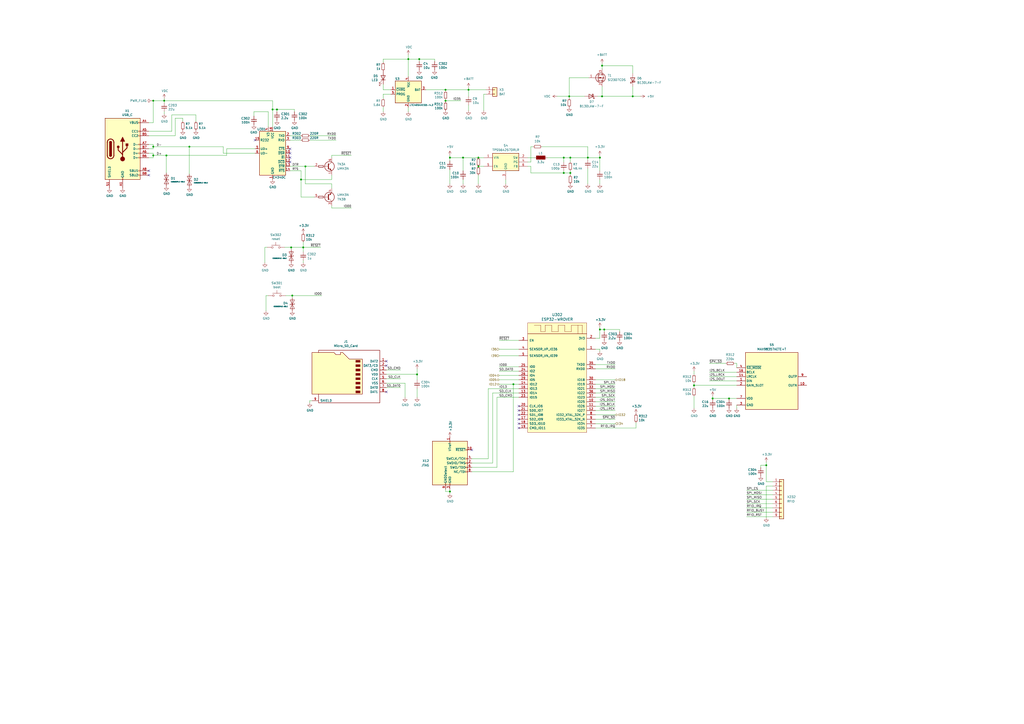
<source format=kicad_sch>
(kicad_sch (version 20230121) (generator eeschema)
  (paper "A2")
  (title_block (title "Musical Box ESPuino") (date "2023-12-19") (rev "1"))
  (junction (at 327.025 100.33))
  (junction (at 88.9 90.17))
  (junction (at 330.835 91.44))
  (junction (at 177.165 96.52))
  (junction (at 175.895 143.51))
  (junction (at 168.91 143.51))
  (junction (at 169.545 171.45))
  (junction (at 444.5 269.875))
  (junction (at 95.25 58.42))
  (junction (at 160.655 63.5))
  (junction (at 158.115 63.5))
  (junction (at 347.98 91.44))
  (junction (at 349.25 55.88))
  (junction (at 327.025 91.44))
  (junction (at 330.2 55.88))
  (junction (at 367.03 55.88))
  (junction (at 277.495 96.52))
  (junction (at 241.935 217.17))
  (junction (at 402.59 223.52))
  (junction (at 96.52 90.17))
  (junction (at 268.605 91.44))
  (junction (at 271.78 52.07))
  (junction (at 349.25 38.1))
  (junction (at 236.855 34.29))
  (junction (at 413.385 231.14))
  (junction (at 88.9 85.09))
  (junction (at 297.815 222.885))
  (junction (at 109.855 85.09))
  (junction (at 422.91 231.14))
  (junction (at 260.985 285.115))
  (junction (at 347.98 191.135))
  (junction (at 258.445 52.07))
  (junction (at 330.835 100.33))
  (junction (at 340.995 91.44))
  (junction (at 277.495 91.44))
  (junction (at 243.205 34.29))
  (junction (at 174.625 104.14))
  (junction (at 350.52 191.135))
  (junction (at 260.985 91.44))
  (junction (at 88.9 58.42))
  (junction (at 258.445 58.42))
  (no_connect (at 86.36 101.6))
  (no_connect (at 224.155 227.33))
  (no_connect (at 168.275 91.44))
  (no_connect (at 273.685 260.985))
  (no_connect (at 168.275 86.36))
  (no_connect (at 224.155 212.09))
  (no_connect (at 300.99 243.205))
  (no_connect (at 86.36 99.06))
  (no_connect (at 147.955 81.28))
  (no_connect (at 300.99 248.285))
  (no_connect (at 300.99 240.665))
  (no_connect (at 300.99 235.585))
  (no_connect (at 300.99 238.125))
  (no_connect (at 168.275 93.98))
  (no_connect (at 168.275 88.9))
  (no_connect (at 224.155 209.55))
  (no_connect (at 300.99 245.745))
  (wire (pts (xy 289.56 220.345) (xy 300.99 220.345)))
  (wire (pts (xy 158.115 63.5) (xy 160.655 63.5)))
  (wire (pts (xy 327.025 100.33) (xy 330.835 100.33)))
  (wire (pts (xy 273.685 273.685) (xy 297.815 273.685)))
  (wire (pts (xy 155.575 171.45) (xy 154.305 171.45)))
  (wire (pts (xy 271.78 60.96) (xy 271.78 64.135)))
  (wire (pts (xy 179.705 81.28) (xy 194.945 81.28)))
  (wire (pts (xy 131.445 86.36) (xy 147.955 86.36)))
  (wire (pts (xy 402.59 215.265) (xy 402.59 217.17)))
  (wire (pts (xy 154.305 171.45) (xy 154.305 180.34)))
  (wire (pts (xy 106.045 68.58) (xy 106.045 70.485)))
  (wire (pts (xy 444.5 281.94) (xy 444.5 300.355)))
  (wire (pts (xy 345.44 225.425) (xy 356.87 225.425)))
  (wire (pts (xy 402.59 229.87) (xy 402.59 236.855)))
  (wire (pts (xy 323.215 55.88) (xy 330.2 55.88)))
  (wire (pts (xy 347.98 91.44) (xy 347.98 99.06)))
  (wire (pts (xy 327.025 91.44) (xy 327.025 93.98)))
  (wire (pts (xy 155.575 64.77) (xy 147.32 64.77)))
  (wire (pts (xy 88.9 85.09) (xy 109.855 85.09)))
  (wire (pts (xy 192.405 106.68) (xy 192.405 109.22)))
  (wire (pts (xy 349.25 50.165) (xy 349.25 55.88)))
  (wire (pts (xy 169.545 171.45) (xy 186.69 171.45)))
  (wire (pts (xy 247.015 52.07) (xy 258.445 52.07)))
  (wire (pts (xy 88.9 90.17) (xy 88.9 88.9)))
  (wire (pts (xy 241.935 213.995) (xy 241.935 217.17)))
  (wire (pts (xy 306.07 96.52) (xy 307.975 96.52)))
  (wire (pts (xy 177.165 106.68) (xy 192.405 106.68)))
  (wire (pts (xy 179.705 232.41) (xy 179.705 233.68)))
  (wire (pts (xy 340.995 91.44) (xy 340.995 92.71)))
  (wire (pts (xy 345.44 213.995) (xy 356.87 213.995)))
  (wire (pts (xy 260.985 285.115) (xy 260.985 286.385)))
  (wire (pts (xy 330.835 100.33) (xy 330.835 99.06)))
  (wire (pts (xy 433.07 284.48) (xy 448.31 284.48)))
  (wire (pts (xy 95.25 64.77) (xy 95.25 66.04)))
  (wire (pts (xy 175.895 143.51) (xy 186.055 143.51)))
  (wire (pts (xy 340.995 85.09) (xy 340.995 91.44)))
  (wire (pts (xy 236.855 34.29) (xy 236.855 44.45)))
  (wire (pts (xy 95.25 59.69) (xy 95.25 58.42)))
  (wire (pts (xy 129.54 88.9) (xy 147.955 88.9)))
  (wire (pts (xy 258.445 58.42) (xy 267.335 58.42)))
  (wire (pts (xy 317.5 91.44) (xy 327.025 91.44)))
  (wire (pts (xy 340.995 91.44) (xy 330.835 91.44)))
  (wire (pts (xy 433.07 299.72) (xy 448.31 299.72)))
  (wire (pts (xy 260.985 91.44) (xy 268.605 91.44)))
  (wire (pts (xy 285.75 268.605) (xy 285.75 227.965)))
  (wire (pts (xy 158.115 63.5) (xy 158.115 73.66)))
  (wire (pts (xy 258.445 285.115) (xy 260.985 285.115)))
  (wire (pts (xy 260.985 98.425) (xy 260.985 106.68)))
  (wire (pts (xy 147.32 64.77) (xy 147.32 67.31)))
  (wire (pts (xy 345.44 245.745) (xy 356.87 245.745)))
  (wire (pts (xy 345.44 202.565) (xy 347.98 202.565)))
  (wire (pts (xy 347.98 196.215) (xy 347.98 191.135)))
  (wire (pts (xy 224.155 214.63) (xy 232.41 214.63)))
  (wire (pts (xy 175.895 151.13) (xy 175.895 152.4)))
  (wire (pts (xy 243.205 34.29) (xy 252.095 34.29)))
  (wire (pts (xy 367.03 38.1) (xy 367.03 42.545)))
  (wire (pts (xy 356.87 222.885) (xy 345.44 222.885)))
  (wire (pts (xy 192.405 104.14) (xy 174.625 104.14)))
  (wire (pts (xy 288.29 271.145) (xy 288.29 230.505)))
  (wire (pts (xy 222.25 34.29) (xy 222.25 36.195)))
  (wire (pts (xy 314.325 85.09) (xy 340.995 85.09)))
  (wire (pts (xy 427.355 231.14) (xy 422.91 231.14)))
  (wire (pts (xy 307.975 93.98) (xy 307.975 85.09)))
  (wire (pts (xy 99.695 76.2) (xy 99.695 66.675)))
  (wire (pts (xy 277.495 96.52) (xy 280.67 96.52)))
  (wire (pts (xy 427.355 210.82) (xy 427.355 213.36)))
  (wire (pts (xy 236.855 64.77) (xy 236.855 62.23)))
  (wire (pts (xy 177.165 96.52) (xy 177.165 106.68)))
  (wire (pts (xy 109.855 85.09) (xy 129.54 85.09)))
  (wire (pts (xy 268.605 91.44) (xy 268.605 99.06)))
  (wire (pts (xy 433.07 289.56) (xy 448.31 289.56)))
  (wire (pts (xy 281.94 54.61) (xy 280.67 54.61)))
  (wire (pts (xy 113.665 66.675) (xy 113.665 70.485)))
  (wire (pts (xy 241.935 220.345) (xy 241.935 217.17)))
  (wire (pts (xy 252.095 34.29) (xy 252.095 35.56)))
  (wire (pts (xy 153.67 143.51) (xy 153.67 152.4)))
  (wire (pts (xy 307.975 100.33) (xy 327.025 100.33)))
  (wire (pts (xy 86.36 78.74) (xy 101.6 78.74)))
  (wire (pts (xy 174.625 114.3) (xy 182.245 114.3)))
  (wire (pts (xy 283.21 266.065) (xy 283.21 225.425)))
  (wire (pts (xy 349.25 38.1) (xy 349.25 40.005)))
  (wire (pts (xy 224.155 222.25) (xy 234.95 222.25)))
  (wire (pts (xy 350.52 191.135) (xy 359.41 191.135)))
  (wire (pts (xy 293.37 104.14) (xy 293.37 106.68)))
  (wire (pts (xy 168.91 143.51) (xy 168.91 144.78)))
  (wire (pts (xy 192.405 90.17) (xy 203.835 90.17)))
  (wire (pts (xy 101.6 68.58) (xy 106.045 68.58)))
  (wire (pts (xy 413.385 229.87) (xy 413.385 231.14)))
  (wire (pts (xy 224.155 224.79) (xy 232.41 224.79)))
  (wire (pts (xy 131.445 90.17) (xy 131.445 86.36)))
  (wire (pts (xy 368.935 245.11) (xy 368.935 248.285)))
  (wire (pts (xy 88.9 83.82) (xy 88.9 85.09)))
  (wire (pts (xy 433.07 294.64) (xy 448.31 294.64)))
  (wire (pts (xy 356.87 220.345) (xy 345.44 220.345)))
  (wire (pts (xy 170.815 63.5) (xy 170.815 64.77)))
  (wire (pts (xy 88.9 86.36) (xy 88.9 85.09)))
  (wire (pts (xy 345.44 211.455) (xy 356.87 211.455)))
  (wire (pts (xy 268.605 91.44) (xy 277.495 91.44)))
  (wire (pts (xy 258.445 283.845) (xy 258.445 285.115)))
  (wire (pts (xy 86.36 83.82) (xy 88.9 83.82)))
  (wire (pts (xy 273.685 268.605) (xy 285.75 268.605)))
  (wire (pts (xy 222.25 62.23) (xy 222.25 64.77)))
  (wire (pts (xy 288.29 230.505) (xy 300.99 230.505)))
  (wire (pts (xy 367.03 55.88) (xy 367.03 50.165)))
  (wire (pts (xy 232.41 219.71) (xy 224.155 219.71)))
  (wire (pts (xy 341.63 45.085) (xy 330.2 45.085)))
  (wire (pts (xy 426.085 210.82) (xy 427.355 210.82)))
  (wire (pts (xy 271.78 52.07) (xy 271.78 55.88)))
  (wire (pts (xy 346.71 55.88) (xy 349.25 55.88)))
  (wire (pts (xy 160.655 64.77) (xy 160.655 63.5)))
  (wire (pts (xy 330.835 100.33) (xy 330.835 101.6)))
  (wire (pts (xy 347.98 106.68) (xy 347.98 104.14)))
  (wire (pts (xy 327.025 99.06) (xy 327.025 100.33)))
  (wire (pts (xy 356.87 233.045) (xy 345.44 233.045)))
  (wire (pts (xy 88.9 58.42) (xy 95.25 58.42)))
  (wire (pts (xy 192.405 119.38) (xy 192.405 120.65)))
  (wire (pts (xy 96.52 100.33) (xy 96.52 90.17)))
  (wire (pts (xy 160.655 63.5) (xy 170.815 63.5)))
  (wire (pts (xy 155.575 73.66) (xy 155.575 64.77)))
  (wire (pts (xy 277.495 91.44) (xy 280.67 91.44)))
  (wire (pts (xy 349.25 38.1) (xy 367.03 38.1)))
  (wire (pts (xy 260.985 93.345) (xy 260.985 91.44)))
  (wire (pts (xy 444.5 279.4) (xy 444.5 269.875)))
  (wire (pts (xy 300.99 212.725) (xy 289.56 212.725)))
  (wire (pts (xy 174.625 81.28) (xy 168.275 81.28)))
  (wire (pts (xy 271.78 52.07) (xy 281.94 52.07)))
  (wire (pts (xy 345.44 230.505) (xy 356.87 230.505)))
  (wire (pts (xy 356.87 243.205) (xy 345.44 243.205)))
  (wire (pts (xy 330.2 55.88) (xy 330.2 57.15)))
  (wire (pts (xy 427.355 234.95) (xy 427.355 236.855)))
  (wire (pts (xy 109.855 100.965) (xy 109.855 85.09)))
  (wire (pts (xy 427.355 215.9) (xy 411.48 215.9)))
  (wire (pts (xy 433.07 287.02) (xy 448.31 287.02)))
  (wire (pts (xy 168.275 78.74) (xy 174.625 78.74)))
  (wire (pts (xy 356.87 227.965) (xy 345.44 227.965)))
  (wire (pts (xy 243.205 34.29) (xy 243.205 35.56)))
  (wire (pts (xy 273.685 271.145) (xy 288.29 271.145)))
  (wire (pts (xy 356.87 238.125) (xy 345.44 238.125)))
  (wire (pts (xy 327.025 91.44) (xy 330.835 91.44)))
  (wire (pts (xy 422.91 231.14) (xy 413.385 231.14)))
  (wire (pts (xy 340.995 91.44) (xy 347.98 91.44)))
  (wire (pts (xy 180.975 232.41) (xy 179.705 232.41)))
  (wire (pts (xy 95.25 58.42) (xy 158.115 58.42)))
  (wire (pts (xy 444.5 269.875) (xy 441.325 269.875)))
  (wire (pts (xy 86.36 91.44) (xy 88.9 91.44)))
  (wire (pts (xy 258.445 57.785) (xy 258.445 58.42)))
  (wire (pts (xy 258.445 58.42) (xy 258.445 59.055)))
  (wire (pts (xy 433.07 292.1) (xy 448.31 292.1)))
  (wire (pts (xy 271.78 50.8) (xy 271.78 52.07)))
  (wire (pts (xy 101.6 78.74) (xy 101.6 68.58)))
  (wire (pts (xy 165.735 171.45) (xy 169.545 171.45)))
  (wire (pts (xy 347.98 191.135) (xy 347.98 189.865)))
  (wire (pts (xy 349.25 55.88) (xy 367.03 55.88)))
  (wire (pts (xy 179.705 78.74) (xy 194.945 78.74)))
  (wire (pts (xy 86.36 76.2) (xy 99.695 76.2)))
  (wire (pts (xy 306.07 93.98) (xy 307.975 93.98)))
  (wire (pts (xy 345.44 248.285) (xy 368.935 248.285)))
  (wire (pts (xy 86.36 86.36) (xy 88.9 86.36)))
  (wire (pts (xy 129.54 88.9) (xy 129.54 85.09)))
  (wire (pts (xy 330.2 55.88) (xy 339.09 55.88)))
  (wire (pts (xy 175.895 140.335) (xy 175.895 143.51)))
  (wire (pts (xy 359.41 191.135) (xy 359.41 192.405)))
  (wire (pts (xy 277.495 101.6) (xy 277.495 106.68)))
  (wire (pts (xy 289.56 222.885) (xy 297.815 222.885)))
  (wire (pts (xy 347.98 202.565) (xy 347.98 203.835)))
  (wire (pts (xy 411.48 218.44) (xy 427.355 218.44)))
  (wire (pts (xy 222.25 54.61) (xy 222.25 57.15)))
  (wire (pts (xy 260.985 283.845) (xy 260.985 285.115)))
  (wire (pts (xy 234.95 222.25) (xy 234.95 230.505)))
  (wire (pts (xy 241.935 217.17) (xy 224.155 217.17)))
  (wire (pts (xy 236.855 34.29) (xy 243.205 34.29)))
  (wire (pts (xy 307.975 96.52) (xy 307.975 100.33)))
  (wire (pts (xy 444.5 269.875) (xy 444.5 267.97)))
  (wire (pts (xy 226.695 54.61) (xy 222.25 54.61)))
  (wire (pts (xy 88.9 91.44) (xy 88.9 90.17)))
  (wire (pts (xy 340.995 97.79) (xy 340.995 106.68)))
  (wire (pts (xy 258.445 52.07) (xy 271.78 52.07)))
  (wire (pts (xy 345.44 235.585) (xy 356.87 235.585)))
  (wire (pts (xy 350.52 191.135) (xy 350.52 192.405)))
  (wire (pts (xy 258.445 52.705) (xy 258.445 52.07)))
  (wire (pts (xy 402.59 223.52) (xy 402.59 224.79)))
  (wire (pts (xy 158.115 58.42) (xy 158.115 63.5)))
  (wire (pts (xy 347.98 90.17) (xy 347.98 91.44)))
  (wire (pts (xy 168.275 99.06) (xy 174.625 99.06)))
  (wire (pts (xy 411.48 210.82) (xy 421.005 210.82)))
  (wire (pts (xy 168.91 143.51) (xy 175.895 143.51)))
  (wire (pts (xy 345.44 240.665) (xy 356.87 240.665)))
  (wire (pts (xy 285.75 227.965) (xy 300.99 227.965)))
  (wire (pts (xy 268.605 106.68) (xy 268.605 104.14)))
  (wire (pts (xy 260.985 91.44) (xy 260.985 90.17)))
  (wire (pts (xy 96.52 90.17) (xy 131.445 90.17)))
  (wire (pts (xy 192.405 101.6) (xy 192.405 104.14)))
  (wire (pts (xy 273.685 266.065) (xy 283.21 266.065)))
  (wire (pts (xy 433.07 297.18) (xy 448.31 297.18)))
  (wire (pts (xy 306.07 91.44) (xy 309.88 91.44)))
  (wire (pts (xy 345.44 196.215) (xy 347.98 196.215)))
  (wire (pts (xy 86.36 71.12) (xy 88.9 71.12)))
  (wire (pts (xy 411.48 220.98) (xy 427.355 220.98)))
  (wire (pts (xy 307.975 85.09) (xy 309.245 85.09)))
  (wire (pts (xy 441.325 269.875) (xy 441.325 271.145)))
  (wire (pts (xy 241.935 225.425) (xy 241.935 230.505)))
  (wire (pts (xy 154.94 143.51) (xy 153.67 143.51)))
  (wire (pts (xy 174.625 99.06) (xy 174.625 104.14)))
  (wire (pts (xy 289.56 215.265) (xy 300.99 215.265)))
  (wire (pts (xy 289.56 217.805) (xy 300.99 217.805)))
  (wire (pts (xy 165.1 143.51) (xy 168.91 143.51)))
  (wire (pts (xy 289.56 197.485) (xy 300.99 197.485)))
  (wire (pts (xy 236.855 31.75) (xy 236.855 34.29)))
  (wire (pts (xy 192.405 120.65) (xy 203.835 120.65)))
  (wire (pts (xy 330.835 91.44) (xy 330.835 93.98)))
  (wire (pts (xy 349.25 36.83) (xy 349.25 38.1)))
  (wire (pts (xy 88.9 58.42) (xy 88.9 71.12)))
  (wire (pts (xy 236.855 34.29) (xy 222.25 34.29)))
  (wire (pts (xy 95.25 57.15) (xy 95.25 58.42)))
  (wire (pts (xy 86.36 88.9) (xy 88.9 88.9)))
  (wire (pts (xy 347.98 191.135) (xy 350.52 191.135)))
  (wire (pts (xy 413.385 231.14) (xy 413.385 231.775)))
  (wire (pts (xy 402.59 223.52) (xy 402.59 222.25)))
  (wire (pts (xy 99.695 66.675) (xy 113.665 66.675)))
  (wire (pts (xy 448.31 279.4) (xy 444.5 279.4)))
  (wire (pts (xy 222.25 52.07) (xy 222.25 48.895)))
  (wire (pts (xy 300.99 206.375) (xy 289.56 206.375)))
  (wire (pts (xy 88.265 58.42) (xy 88.9 58.42)))
  (wire (pts (xy 280.67 54.61) (xy 280.67 64.135)))
  (wire (pts (xy 169.545 171.45) (xy 169.545 172.72)))
  (wire (pts (xy 300.99 202.565) (xy 289.56 202.565)))
  (wire (pts (xy 175.895 143.51) (xy 175.895 146.05)))
  (wire (pts (xy 174.625 104.14) (xy 174.625 114.3)))
  (wire (pts (xy 226.695 52.07) (xy 222.25 52.07)))
  (wire (pts (xy 422.91 231.14) (xy 422.91 231.775)))
  (wire (pts (xy 297.815 273.685) (xy 297.815 222.885)))
  (wire (pts (xy 168.275 96.52) (xy 177.165 96.52)))
  (wire (pts (xy 88.9 90.17) (xy 96.52 90.17)))
  (wire (pts (xy 330.2 45.085) (xy 330.2 55.88)))
  (wire (pts (xy 177.165 96.52) (xy 182.245 96.52)))
  (wire (pts (xy 402.59 223.52) (xy 427.355 223.52)))
  (wire (pts (xy 367.03 55.88) (xy 371.475 55.88)))
  (wire (pts (xy 448.31 281.94) (xy 444.5 281.94)))
  (wire (pts (xy 192.405 90.17) (xy 192.405 91.44)))
  (wire (pts (xy 297.815 222.885) (xy 300.99 222.885)))
  (wire (pts (xy 283.21 225.425) (xy 300.99 225.425)))
  (label "SD_CLK" (at 232.41 219.71 180))
  (label "TXD0" (at 194.945 81.28 180))
  (label "IO00" (at 289.56 212.725 0))
  (label "DTR" (at 169.545 96.52 0))
  (label "SPI_SCK" (at 356.87 230.505 180))
  (label "TXD0" (at 356.87 211.455 180))
  (label "SD_DAT0" (at 232.41 224.79 180))
  (label "~{RESET}" (at 186.055 143.51 180))
  (label "~{SPK_SD}" (at 411.48 210.82 0))
  (label "RFID_IRQ" (at 356.87 248.285 180))
  (label "D-" (at 90.805 85.09 0))
  (label "I2S_DOUT" (at 411.48 220.98 0))
  (label "~{RESET}" (at 203.835 90.17 180))
  (label "RFID_BUSY" (at 433.07 297.18 0))
  (label "SPI_SCK" (at 433.07 292.1 0))
  (label "I2S_LRCK" (at 356.87 238.125 180))
  (label "RFID_RST" (at 433.07 299.72 0))
  (label "RXD0" (at 194.945 78.74 180))
  (label "SPI_CS" (at 356.87 222.885 180))
  (label "I2S_DOUT" (at 356.87 233.045 180))
  (label "SPI_CS" (at 433.07 284.48 0))
  (label "IO00" (at 203.835 120.65 180))
  (label "IO13" (at 289.56 225.425 0))
  (label "RTS" (at 169.545 99.06 0))
  (label "SD_DAT0" (at 289.56 215.265 0))
  (label "SD_CMD" (at 289.56 230.505 0))
  (label "I2S_BCLK" (at 411.48 215.9 0))
  (label "SD_CMD" (at 232.41 214.63 180))
  (label "~{SPK_SD}" (at 356.87 243.205 180))
  (label "RFID_IRQ" (at 433.07 294.64 0))
  (label "RXD0" (at 356.87 213.995 180))
  (label "IO35" (at 267.335 58.42 180))
  (label "SPI_MISO" (at 356.87 227.965 180))
  (label "I2S_LRCK" (at 411.48 218.44 0))
  (label "I2S_BCLK" (at 356.87 235.585 180))
  (label "~{RESET}" (at 289.56 197.485 0))
  (label "SD_CLK" (at 289.56 227.965 0))
  (label "SPI_MOSI" (at 356.87 225.425 180))
  (label "IO00" (at 186.69 171.45 180))
  (label "SPI_MISO" (at 433.07 289.56 0))
  (label "D+" (at 90.805 90.17 0))
  (label "SPI_MOSI" (at 433.07 287.02 0))
  (hierarchical_label "IO12" (shape bidirectional) (at 289.56 222.885 180))
  (hierarchical_label "I39" (shape input) (at 289.56 206.375 180))
  (hierarchical_label "IO18" (shape bidirectional) (at 356.87 220.345 0))
  (hierarchical_label "IO05" (shape bidirectional) (at 289.56 220.345 180))
  (hierarchical_label "IO32" (shape bidirectional) (at 356.87 240.665 0))
  (hierarchical_label "I36" (shape input) (at 289.56 202.565 180))
  (hierarchical_label "IO04" (shape bidirectional) (at 289.56 217.805 180))
  (hierarchical_label "I34" (shape input) (at 356.87 245.745 0))
  (symbol (lib_id "Connector:USB_C_Receptacle_USB2.0") (at 71.12 86.36 0) (unit 1)
    (property "Reference" "X1" (at 73.8378 64.3382 0))
    (property "Value" "USB_C" (at 73.8378 66.6496 0))
    (property "Footprint" "Connector_USB:USB_C_Receptacle_GCT_USB4085" (effects hide))
    (property "Partnumber" "2073-USB4085-GF-ACT-ND" (effects hide))
    (property "Supplier" "DigiKey" (effects hide))
  )
  (symbol (lib_id "power:GND") (at 71.12 109.22 0) (unit 1)
    (property "Reference" "#PWR0145" (effects hide))
    (property "Value" "GND" (at 71.247 113.6142 0))
    (instances (project "musical-box" (path "" (reference "#PWR0145") (unit 1)) (path "" (reference "#PWR?") (unit 1))))
  )
  (symbol (lib_id "power:GND") (at 63.5 109.22 0) (unit 1)
    (property "Reference" "#PWR0146" (effects hide))
    (property "Value" "GND" (at 63.627 113.6142 0))
  )
  (symbol (lib_id "power:PWR_FLAG") (at 88.265 58.42 90) (unit 1)
    (property "Reference" "#FLG0103" (effects hide))
    (property "Value" "PWR_FLAG" (at 85.09 58.42 90) (effects (justify left)))
  )
  (symbol (lib_id "Device:C_Small") (at 95.25 62.23 0) (mirror x) (unit 1)
    (property "Reference" "C203" (at 97.5868 61.0616 0) (effects (justify left)))
    (property "Value" "22u" (at 97.5868 63.373 0) (effects (justify left)))
    (property "Footprint" "Capacitor_SMD:C_0805_2012Metric" (effects hide))
    (property "Supplier" "RS-Components" (effects hide))
  )
  (symbol (lib_id "power:GND") (at 95.25 66.04 0) (unit 1)
    (property "Reference" "#PWR0154" (effects hide))
    (property "Value" "GND" (at 95.377 70.4342 0))
    (instances (project "musical-box" (path "" (reference "#PWR0154") (unit 1)) (path "" (reference "#PWR?") (unit 1))))
  )
  (symbol (lib_id "power:+3.3V") (at 368.935 240.03 0) (unit 1)
    (property "Reference" "#PWR0167" (effects hide))
    (property "Value" "+3.3V" (at 369.316 235.6358 0))
    (instances (project "musical-box" (path "" (reference "#PWR0167") (unit 1)) (path "" (reference "#PWR050") (unit 1))))
  )
  (symbol (lib_id "power:GND") (at 222.25 64.77 0) (unit 1)
    (property "Reference" "#PWR0166" (effects hide))
    (property "Value" "GND" (at 222.377 69.1642 0))
    (instances (project "musical-box" (path "" (reference "#PWR0166") (unit 1)) (path "" (reference "#PWR028") (unit 1))))
  )
  (symbol (lib_id "SilentWorks:TPS564257DRLR") (at 280.67 91.44 0) (unit 1)
    (property "Reference" "S4" (at 293.37 84.455 0))
    (property "Value" "TPS564257DRLR" (at 293.37 86.995 0))
    (property "Footprint" "Package_TO_SOT_SMD:SOT-563" (effects hide))
    (property "Datasheet" "https://www.ti.com/lit/ds/symlink/tps564257.pdf?HQS=dis-mous-null-mousermode-dsf-pf-null-wwe&ts=1695023870951&ref_url=https%253A%252F%252Fwww.mouser.de%252F" (effects hide))
    (property "Height" "0.6" (effects hide))
    (property "Mouser Part Number" "595-TPS564257DRLR" (effects hide))
    (property "Mouser Price/Stock" "https://www.mouser.co.uk/ProductDetail/Texas-Instruments/TPS564257DRLR?qs=ulEaXIWI0c8amaZvnJWTQQ%3D%3D" (effects hide))
    (property "Manufacturer_Name" "Texas Instruments" (effects hide))
    (property "Manufacturer_Part_Number" "TPS564257DRLR" (effects hide))
  )
  (symbol (lib_id "Device:C_Small") (at 359.41 194.945 0) (unit 1)
    (property "Reference" "C304" (at 361.7468 193.7766 0) (effects (justify left)))
    (property "Value" "100n" (at 361.7468 196.088 0) (effects (justify left)))
    (property "Footprint" "Capacitor_SMD:C_0603_1608Metric" (effects hide))
    (property "Partnumber" "133-5641" (effects hide))
    (property "Supplier" "RS-Components" (effects hide))
    (instances (project "musical-box" (path "" (reference "C304") (unit 1)) (path "" (reference "C7") (unit 1))))
  )
  (symbol (lib_id "power:GND") (at 268.605 106.68 0) (unit 1)
    (property "Reference" "#PWR038" (effects hide))
    (property "Value" "GND" (at 268.732 111.0742 0))
  )
  (symbol (lib_id "power:GND") (at 175.895 152.4 0) (unit 1)
    (property "Reference" "#PWR0166" (effects hide))
    (property "Value" "GND" (at 176.022 156.7942 0))
    (instances (project "musical-box" (path "" (reference "#PWR0166") (unit 1)) (path "" (reference "#PWR022") (unit 1))))
  )
  (symbol (lib_id "power:GND") (at 258.445 64.135 0) (unit 1)
    (property "Reference" "#PWR0166" (effects hide))
    (property "Value" "GND" (at 258.572 68.5292 0))
    (instances (project "musical-box" (path "" (reference "#PWR0166") (unit 1)) (path "" (reference "#PWR011") (unit 1))))
  )
  (symbol (lib_id "power:GND") (at 234.95 230.505 0) (unit 1)
    (property "Reference" "#PWR0244" (effects hide))
    (property "Value" "GND" (at 235.077 234.8992 0))
    (instances (project "musical-box" (path "" (reference "#PWR0244") (unit 1)) (path "" (reference "#PWR015") (unit 1))))
  )
  (symbol (lib_id "power:+3.3V") (at 347.98 90.17 0) (unit 1)
    (property "Reference" "#PWR043" (effects hide))
    (property "Value" "+3.3V" (at 347.98 85.09 0))
  )
  (symbol (lib_id "Device:R_Small") (at 258.445 61.595 0) (mirror x) (unit 1)
    (property "Reference" "R312" (at 256.9464 60.4266 0) (effects (justify right)))
    (property "Value" "100k" (at 256.9464 62.738 0) (effects (justify right)))
    (property "Footprint" "Resistor_SMD:R_0603_1608Metric" (effects hide))
    (property "Supplier" "RS-Components" (effects hide))
    (instances (project "musical-box" (path "" (reference "R312") (unit 1)) (path "" (reference "R7") (unit 1))))
  )
  (symbol (lib_id "Device:C_Small") (at 268.605 101.6 180) (unit 1)
    (property "Reference" "C10" (at 266.2682 100.4316 0) (effects (justify left)))
    (property "Value" "100n" (at 266.2682 102.743 0) (effects (justify left)))
    (property "Footprint" "Capacitor_SMD:C_0603_1608Metric" (effects hide))
    (property "Partnumber" "133-5641" (effects hide))
    (property "Supplier" "RS-Components" (effects hide))
  )
  (symbol (lib_id "power:+BATT") (at 271.78 50.8 0) (unit 1)
    (property "Reference" "#PWR029" (effects hide))
    (property "Value" "+BATT" (at 271.78 45.72 0))
  )
  (symbol (lib_id "power:GND") (at 243.205 40.64 0) (unit 1)
    (property "Reference" "#PWR0166" (effects hide))
    (property "Value" "GND" (at 243.332 45.0342 0))
    (instances (project "musical-box" (path "" (reference "#PWR0166") (unit 1)) (path "" (reference "#PWR026") (unit 1))))
  )
  (symbol (lib_id "Device:R_Small") (at 106.045 73.025 180) (unit 1)
    (property "Reference" "R?" (at 107.5436 71.8566 0) (effects (justify right)))
    (property "Value" "5.1k" (at 107.5436 74.168 0) (effects (justify right)))
    (property "Footprint" "Resistor_SMD:R_0603_1608Metric" (effects hide))
    (property "Supplier" "RS-Components" (effects hide))
    (instances (project "musical-box" (path "" (reference "R?") (unit 1)) (path "" (reference "R?") (unit 1)) (path "" (reference "R1") (unit 1))))
  )
  (symbol (lib_id "Device:R_Small") (at 402.59 219.71 0) (mirror x) (unit 1)
    (property "Reference" "R312" (at 401.0914 218.5416 0) (effects (justify right)))
    (property "Value" "10k" (at 401.0914 220.853 0) (effects (justify right)))
    (property "Footprint" "Resistor_SMD:R_0603_1608Metric" (effects hide))
    (property "Supplier" "RS-Components" (effects hide))
    (instances (project "musical-box" (path "" (reference "R312") (unit 1)) (path "" (reference "R18") (unit 1))))
  )
  (symbol (lib_id "Connector_Generic:Conn_01x02") (at 287.02 52.07 0) (unit 1)
    (property "Reference" "X3" (at 289.56 52.07 0) (effects (justify left)))
    (property "Value" "BAT" (at 289.56 54.61 0) (effects (justify left)))
  )
  (symbol (lib_id "power:VDC") (at 95.25 57.15 0) (unit 1)
    (property "Reference" "#PWR03" (effects hide))
    (property "Value" "VDC" (at 95.631 52.7558 0))
  )
  (symbol (lib_id "power:+3.3V") (at 402.59 215.265 0) (unit 1)
    (property "Reference" "#PWR0167" (effects hide))
    (property "Value" "+3.3V" (at 402.971 210.8708 0))
    (instances (project "musical-box" (path "" (reference "#PWR0167") (unit 1)) (path "" (reference "#PWR058") (unit 1))))
  )
  (symbol (lib_id "power:GND") (at 350.52 197.485 0) (unit 1)
    (property "Reference" "#PWR0159" (effects hide))
    (property "Value" "GND" (at 350.647 201.8792 0))
    (instances (project "musical-box" (path "" (reference "#PWR0159") (unit 1)) (path "" (reference "#PWR018") (unit 1))))
  )
  (symbol (lib_id "power:GND") (at 271.78 64.135 0) (unit 1)
    (property "Reference" "#PWR0166" (effects hide))
    (property "Value" "GND" (at 271.907 68.5292 0))
    (instances (project "musical-box" (path "" (reference "#PWR0166") (unit 1)) (path "" (reference "#PWR030") (unit 1))))
  )
  (symbol (lib_id "Device:C_Small") (at 340.995 95.25 0) (mirror x) (unit 1)
    (property "Reference" "C14" (at 343.3318 94.0816 0) (effects (justify left)))
    (property "Value" "22u" (at 343.3318 96.393 0) (effects (justify left)))
    (property "Footprint" "Capacitor_SMD:C_0603_1608Metric" (effects hide))
    (property "Supplier" "RS-Components" (effects hide))
  )
  (symbol (lib_id "power:VDC") (at 323.215 55.88 90) (unit 1)
    (property "Reference" "#PWR033" (effects hide))
    (property "Value" "VDC" (at 319.405 55.88 90) (effects (justify left)))
  )
  (symbol (lib_id "Device:R_Small") (at 277.495 99.06 0) (mirror x) (unit 1)
    (property "Reference" "R?" (at 275.9964 97.8916 0) (effects (justify right)))
    (property "Value" "30k" (at 275.9964 100.203 0) (effects (justify right)))
    (property "Footprint" "Resistor_SMD:R_0603_1608Metric" (effects hide))
    (property "Supplier" "RS-Components" (effects hide))
    (instances (project "musical-box" (path "" (reference "R?") (unit 1)) (path "" (reference "R?") (unit 1)) (path "" (reference "R12") (unit 1))))
  )
  (symbol (lib_id "power:GND") (at 241.935 230.505 0) (unit 1)
    (property "Reference" "#PWR0244" (effects hide))
    (property "Value" "GND" (at 242.062 234.8992 0))
    (instances (project "musical-box" (path "" (reference "#PWR0244") (unit 1)) (path "" (reference "#PWR046") (unit 1))))
  )
  (symbol (lib_id "power:GND") (at 260.985 286.385 0) (unit 1)
    (property "Reference" "#PWR0244" (effects hide))
    (property "Value" "GND" (at 261.112 290.7792 0))
    (instances (project "musical-box" (path "" (reference "#PWR0244") (unit 1)) (path "" (reference "#PWR045") (unit 1))))
  )
  (symbol (lib_id "power:+BATT") (at 349.25 36.83 0) (unit 1)
    (property "Reference" "#PWR010" (effects hide))
    (property "Value" "+BATT" (at 349.25 31.75 0))
  )
  (symbol (lib_id "power:GND") (at 109.855 108.585 0) (unit 1)
    (property "Reference" "#PWR05" (effects hide))
    (property "Value" "GND" (at 109.982 112.9792 0))
    (instances (project "musical-box" (path "" (reference "#PWR05") (unit 1)) (path "" (reference "#PWR?") (unit 1))))
  )
  (symbol (lib_id "power:GND") (at 347.98 106.68 0) (unit 1)
    (property "Reference" "#PWR036" (effects hide))
    (property "Value" "GND" (at 348.107 111.0742 0))
  )
  (symbol (lib_id "Transistor_BJT:UMH3N") (at 187.325 96.52 0) (unit 1)
    (property "Reference" "TN3" (at 195.58 95.25 0) (effects (justify left)))
    (property "Value" "UMH3N" (at 195.58 97.79 0) (effects (justify left)))
    (property "Footprint" "Package_TO_SOT_SMD:SOT-363_SC-70-6" (effects hide))
    (property "Datasheet" "http://rohmfs.rohm.com/en/products/databook/datasheet/discrete/transistor/digital/emh3t2r-e.pdf" (effects hide))
  )
  (symbol (lib_id "power:GND") (at 113.665 75.565 0) (unit 1)
    (property "Reference" "#PWR02" (effects hide))
    (property "Value" "GND" (at 113.792 79.9592 0))
    (instances (project "musical-box" (path "" (reference "#PWR02") (unit 1)) (path "" (reference "#PWR?") (unit 1))))
  )
  (symbol (lib_id "SilentWorks:MAX98357AETE+T") (at 427.355 220.98 0) (unit 1)
    (property "Reference" "S5" (at 447.675 200.025 0))
    (property "Value" "MAX98357AETE+T" (at 447.675 202.565 0))
    (property "Footprint" "Package_DFN_QFN:TQFN-16-1EP_3x3mm_P0.5mm_EP1.23x1.23mm_ThermalVias" (effects hide))
    (property "Datasheet" "https://datasheets.maximintegrated.com/en/ds/MAX98357A-MAX98357B.pdf" (effects hide))
    (property "Height" "0.8" (effects hide))
    (property "Mouser Part Number" "700-MAX98357AETE+T" (effects hide))
    (property "Mouser Price/Stock" "https://www.mouser.co.uk/ProductDetail/Analog-Devices-Maxim-Integrated/MAX98357AETE%2bT?qs=AAveGqk956HhNpoJjF5x2g%3D%3D" (effects hide))
    (property "Manufacturer_Name" "Analog Devices" (effects hide))
    (property "Manufacturer_Part_Number" "MAX98357AETE+T" (effects hide))
  )
  (symbol (lib_id "Device:C_Small") (at 175.895 148.59 0) (unit 1)
    (property "Reference" "C302" (at 178.2318 147.4216 0) (effects (justify left)))
    (property "Value" "1u" (at 178.2318 149.733 0) (effects (justify left)))
    (property "Footprint" "Capacitor_SMD:C_0603_1608Metric" (effects hide))
    (property "Partnumber" "133-5641" (effects hide))
    (property "Supplier" "RS-Components" (effects hide))
    (instances (project "musical-box" (path "" (reference "C302") (unit 1)) (path "" (reference "C8") (unit 1))))
  )
  (symbol (lib_id "Device:C_Small") (at 160.655 67.31 0) (unit 1)
    (property "Reference" "C301" (at 162.9918 66.1416 0) (effects (justify left)))
    (property "Value" "2.2u" (at 162.9918 68.453 0) (effects (justify left)))
    (property "Footprint" "Capacitor_SMD:C_0603_1608Metric" (effects hide))
    (property "Supplier" "RS-Components" (effects hide))
    (instances (project "musical-box" (path "" (reference "C301") (unit 1)) (path "" (reference "C1") (unit 1))))
  )
  (symbol (lib_id "power:GND") (at 158.115 104.14 0) (unit 1)
    (property "Reference" "#PWR0162" (effects hide))
    (property "Value" "GND" (at 158.242 108.5342 0))
    (instances (project "musical-box" (path "" (reference "#PWR0162") (unit 1)) (path "" (reference "#PWR07") (unit 1))))
  )
  (symbol (lib_id "power:+3.3V") (at 347.98 189.865 0) (unit 1)
    (property "Reference" "#PWR0161" (effects hide))
    (property "Value" "+3.3V" (at 348.361 185.4708 0))
    (instances (project "musical-box" (path "" (reference "#PWR0161") (unit 1)) (path "" (reference "#PWR016") (unit 1))))
  )
  (symbol (lib_id "Switch:SW_Push") (at 160.655 171.45 0) (unit 1)
    (property "Reference" "SW301" (at 160.655 164.211 0))
    (property "Value" "boot" (at 160.655 166.5224 0))
    (property "Footprint" "Button_Switch_SMD:SW_SPST_B3U-1000P" (effects hide))
    (property "Partnumber" "419-867" (effects hide))
    (property "Supplier" "RS-Components" (effects hide))
    (instances (project "musical-box" (path "" (reference "SW301") (unit 1)) (path "" (reference "SW1") (unit 1))))
  )
  (symbol (lib_id "Device:R_Small") (at 402.59 227.33 0) (mirror x) (unit 1)
    (property "Reference" "R312" (at 401.0914 226.1616 0) (effects (justify right)))
    (property "Value" "10k" (at 401.0914 228.473 0) (effects (justify right)))
    (property "Footprint" "Resistor_SMD:R_0603_1608Metric" (effects hide))
    (property "Supplier" "RS-Components" (effects hide))
    (instances (project "musical-box" (path "" (reference "R312") (unit 1)) (path "" (reference "R17") (unit 1))))
  )
  (symbol (lib_id "power:+5V") (at 413.385 229.87 0) (unit 1)
    (property "Reference" "#PWR052" (effects hide))
    (property "Value" "+5V" (at 413.385 226.06 0))
  )
  (symbol (lib_id "Device:R_Small") (at 258.445 55.245 0) (mirror x) (unit 1)
    (property "Reference" "R312" (at 256.9464 54.0766 0) (effects (justify right)))
    (property "Value" "100k" (at 256.9464 56.388 0) (effects (justify right)))
    (property "Footprint" "Resistor_SMD:R_0603_1608Metric" (effects hide))
    (property "Supplier" "RS-Components" (effects hide))
    (instances (project "musical-box" (path "" (reference "R312") (unit 1)) (path "" (reference "R6") (unit 1))))
  )
  (symbol (lib_id "power:GND") (at 96.52 107.95 0) (unit 1)
    (property "Reference" "#PWR04" (effects hide))
    (property "Value" "GND" (at 96.647 112.3442 0))
    (instances (project "musical-box" (path "" (reference "#PWR04") (unit 1)) (path "" (reference "#PWR?") (unit 1))))
  )
  (symbol (lib_id "Connector_Generic:Conn_01x09") (at 453.39 289.56 0) (unit 1)
    (property "Reference" "X232" (at 456.565 288.29 0) (effects (justify left)))
    (property "Value" "RFID" (at 456.565 290.83 0) (effects (justify left)))
  )
  (symbol (lib_id "Device:C_Small") (at 243.205 38.1 0) (mirror x) (unit 1)
    (property "Reference" "C4" (at 245.5418 36.9316 0) (effects (justify left)))
    (property "Value" "10u" (at 245.5418 39.243 0) (effects (justify left)))
    (property "Footprint" "Capacitor_SMD:C_0805_2012Metric" (effects hide))
    (property "Supplier" "RS-Components" (effects hide))
  )
  (symbol (lib_id "Device:R_Small") (at 311.785 85.09 90) (mirror x) (unit 1)
    (property "Reference" "R?" (at 311.785 79.375 90))
    (property "Value" "10k" (at 311.785 81.915 90))
    (property "Footprint" "Resistor_SMD:R_0603_1608Metric" (effects hide))
    (property "Supplier" "RS-Components" (effects hide))
    (instances (project "musical-box" (path "" (reference "R?") (unit 1)) (path "" (reference "R?") (unit 1)) (path "" (reference "R13") (unit 1))))
  )
  (symbol (lib_id "power:GND") (at 444.5 300.355 0) (unit 1)
    (property "Reference" "#PWR0244" (effects hide))
    (property "Value" "GND" (at 444.627 304.7492 0))
    (instances (project "musical-box" (path "" (reference "#PWR0244") (unit 1)) (path "" (reference "#PWR049") (unit 1))))
  )
  (symbol (lib_id "power:GND") (at 260.985 106.68 0) (unit 1)
    (property "Reference" "#PWR037" (effects hide))
    (property "Value" "GND" (at 261.112 111.0742 0))
  )
  (symbol (lib_id "Device:R_Small") (at 330.2 59.69 0) (mirror x) (unit 1)
    (property "Reference" "R?" (at 328.7014 58.5216 0) (effects (justify right)))
    (property "Value" "10k" (at 328.7014 60.833 0) (effects (justify right)))
    (property "Footprint" "Resistor_SMD:R_0603_1608Metric" (effects hide))
    (property "Supplier" "RS-Components" (effects hide))
    (instances (project "musical-box" (path "" (reference "R?") (unit 1)) (path "" (reference "R?") (unit 1)) (path "" (reference "R10") (unit 1))))
  )
  (symbol (lib_id "Device:R_Small") (at 177.165 81.28 270) (unit 1)
    (property "Reference" "R303" (at 174.625 80.01 90) (effects (justify right)))
    (property "Value" "220R" (at 179.705 80.01 90) (effects (justify left)))
    (property "Footprint" "Resistor_SMD:R_0603_1608Metric" (effects hide))
    (property "Supplier" "RS-Components" (effects hide))
    (instances (project "musical-box" (path "" (reference "R303") (unit 1)) (path "" (reference "R4") (unit 1))))
  )
  (symbol (lib_id "Device:C_Small") (at 147.32 69.85 0) (mirror y) (unit 1)
    (property "Reference" "C302" (at 144.9832 68.6816 0) (effects (justify left)))
    (property "Value" "100n" (at 144.9832 70.993 0) (effects (justify left)))
    (property "Footprint" "Capacitor_SMD:C_0603_1608Metric" (effects hide))
    (property "Partnumber" "133-5641" (effects hide))
    (property "Supplier" "RS-Components" (effects hide))
    (instances (project "musical-box" (path "" (reference "C302") (unit 1)) (path "" (reference "C3") (unit 1))))
  )
  (symbol (lib_id "power:GND") (at 340.995 106.68 0) (unit 1)
    (property "Reference" "#PWR042" (effects hide))
    (property "Value" "GND" (at 341.122 111.0742 0))
  )
  (symbol (lib_id "Battery_Management:LTC4054ES5-4.2") (at 236.855 52.07 0) (unit 1)
    (property "Reference" "S3" (at 230.505 45.72 0))
    (property "Value" "LTC4054XES5-4.2" (at 244.475 60.96 0) (effects (font (size 1 1))))
    (property "Footprint" "Package_TO_SOT_SMD:TSOT-23-5" (effects hide))
    (property "Datasheet" "https://www.analog.com/media/en/technical-documentation/data-sheets/405442xf.pdf" (effects hide))
  )
  (symbol (lib_id "power:GND") (at 147.32 72.39 0) (mirror y) (unit 1)
    (property "Reference" "#PWR0165" (effects hide))
    (property "Value" "GND" (at 147.193 76.7842 0))
    (instances (project "musical-box" (path "" (reference "#PWR0165") (unit 1)) (path "" (reference "#PWR06") (unit 1))))
  )
  (symbol (lib_id "power:GND") (at 413.385 236.855 0) (unit 1)
    (property "Reference" "#PWR0158" (effects hide))
    (property "Value" "GND" (at 413.512 241.2492 0))
    (instances (project "musical-box" (path "" (reference "#PWR0158") (unit 1)) (path "" (reference "#PWR053") (unit 1))))
  )
  (symbol (lib_id "power:+3.3V") (at 260.985 253.365 0) (unit 1)
    (property "Reference" "#PWR0243" (effects hide))
    (property "Value" "+3.3V" (at 261.366 250.1138 90) (effects (justify left)))
    (instances (project "musical-box" (path "" (reference "#PWR0243") (unit 1)) (path "" (reference "#PWR044") (unit 1))))
  )
  (symbol (lib_id "Device:R_Small") (at 368.935 242.57 180) (unit 1)
    (property "Reference" "R312" (at 370.4336 241.4016 0) (effects (justify right)))
    (property "Value" "10k" (at 370.4336 243.713 0) (effects (justify right)))
    (property "Footprint" "Resistor_SMD:R_0603_1608Metric" (effects hide))
    (property "Supplier" "RS-Components" (effects hide))
    (instances (project "musical-box" (path "" (reference "R312") (unit 1)) (path "" (reference "R16") (unit 1))))
  )
  (symbol (lib_id "Device:R_Small") (at 177.165 78.74 270) (unit 1)
    (property "Reference" "R302" (at 174.625 77.47 90) (effects (justify right)))
    (property "Value" "220R" (at 179.705 77.47 90) (effects (justify left)))
    (property "Footprint" "Resistor_SMD:R_0603_1608Metric" (effects hide))
    (property "Supplier" "RS-Components" (effects hide))
    (instances (project "musical-box" (path "" (reference "R302") (unit 1)) (path "" (reference "R3") (unit 1))))
  )
  (symbol (lib_id "Diode:SB160") (at 342.9 55.88 180) (unit 1)
    (property "Reference" "D7" (at 343.2175 59.055 0))
    (property "Value" "B130LAW-7-F" (at 343.2175 61.595 0))
    (property "Footprint" "Diode_SMD:D_SOD-123" (effects hide))
    (property "Datasheet" "http://www.diodes.com/_files/datasheets/ds23022.pdf" (effects hide))
  )
  (symbol (lib_id "Device:C_Small") (at 271.78 58.42 0) (mirror x) (unit 1)
    (property "Reference" "C9" (at 274.1168 57.2516 0) (effects (justify left)))
    (property "Value" "10u" (at 274.1168 59.563 0) (effects (justify left)))
    (property "Footprint" "Capacitor_SMD:C_0805_2012Metric" (effects hide))
    (property "Supplier" "RS-Components" (effects hide))
  )
  (symbol (lib_id "Device:R_Small") (at 277.495 93.98 0) (mirror x) (unit 1)
    (property "Reference" "R?" (at 275.9964 92.8116 0) (effects (justify right)))
    (property "Value" "51k" (at 275.9964 95.123 0) (effects (justify right)))
    (property "Footprint" "Resistor_SMD:R_0603_1608Metric" (effects hide))
    (property "Supplier" "RS-Components" (effects hide))
    (instances (project "musical-box" (path "" (reference "R?") (unit 1)) (path "" (reference "R?") (unit 1)) (path "" (reference "R11") (unit 1))))
  )
  (symbol (lib_id "Diode:SB160") (at 367.03 46.355 90) (unit 1)
    (property "Reference" "D6" (at 369.57 45.4025 90) (effects (justify right)))
    (property "Value" "B130LAW-7-F" (at 369.57 47.9425 90) (effects (justify right)))
    (property "Footprint" "Diode_SMD:D_SOD-123" (effects hide))
    (property "Datasheet" "http://www.diodes.com/_files/datasheets/ds23022.pdf" (effects hide))
  )
  (symbol (lib_id "power:GND") (at 422.91 236.855 0) (unit 1)
    (property "Reference" "#PWR0158" (effects hide))
    (property "Value" "GND" (at 423.037 241.2492 0))
    (instances (project "musical-box" (path "" (reference "#PWR0158") (unit 1)) (path "" (reference "#PWR054") (unit 1))))
  )
  (symbol (lib_id "power:GND") (at 347.98 203.835 0) (unit 1)
    (property "Reference" "#PWR0158" (effects hide))
    (property "Value" "GND" (at 348.107 208.2292 0))
    (instances (project "musical-box" (path "" (reference "#PWR0158") (unit 1)) (path "" (reference "#PWR017") (unit 1))))
  )
  (symbol (lib_id "power:GND") (at 154.305 180.34 0) (unit 1)
    (property "Reference" "#PWR0166" (effects hide))
    (property "Value" "GND" (at 154.432 184.7342 0))
    (instances (project "musical-box" (path "" (reference "#PWR0166") (unit 1)) (path "" (reference "#PWR023") (unit 1))))
  )
  (symbol (lib_id "Switch:SW_Push") (at 160.02 143.51 0) (unit 1)
    (property "Reference" "SW302" (at 160.02 136.271 0))
    (property "Value" "reset" (at 160.02 138.5824 0))
    (property "Footprint" "Button_Switch_SMD:SW_SPST_B3U-1000P" (effects hide))
    (property "Partnumber" "419-867" (effects hide))
    (property "Supplier" "RS-Components" (effects hide))
    (instances (project "musical-box" (path "" (reference "SW302") (unit 1)) (path "" (reference "SW2") (unit 1))))
  )
  (symbol (lib_id "Device:C_Small") (at 260.985 95.885 180) (unit 1)
    (property "Reference" "C11" (at 258.6482 94.7166 0) (effects (justify left)))
    (property "Value" "22u" (at 258.6482 97.028 0) (effects (justify left)))
    (property "Footprint" "Capacitor_SMD:C_0805_2012Metric" (effects hide))
    (property "Supplier" "RS-Components" (effects hide))
  )
  (symbol (lib_id "power:GND") (at 277.495 106.68 0) (unit 1)
    (property "Reference" "#PWR039" (effects hide))
    (property "Value" "GND" (at 277.622 111.0742 0))
  )
  (symbol (lib_id "Connector:Conn_ARM_JTAG_SWD_10") (at 260.985 268.605 0) (unit 1)
    (property "Reference" "X12" (at 248.92 267.335 0) (effects (justify right)))
    (property "Value" "JTAG" (at 248.92 269.875 0) (effects (justify right)))
    (property "Datasheet" "http://infocenter.arm.com/help/topic/com.arm.doc.ddi0314h/DDI0314H_coresight_components_trm.pdf" (effects hide))
  )
  (symbol (lib_id "Device:C_Small") (at 422.91 234.315 0) (mirror y) (unit 1)
    (property "Reference" "C304" (at 420.5732 233.1466 0) (effects (justify left)))
    (property "Value" "100n" (at 420.5732 235.458 0) (effects (justify left)))
    (property "Footprint" "Capacitor_SMD:C_0603_1608Metric" (effects hide))
    (property "Partnumber" "133-5641" (effects hide))
    (property "Supplier" "RS-Components" (effects hide))
    (instances (project "musical-box" (path "" (reference "C304") (unit 1)) (path "" (reference "C18") (unit 1))))
  )
  (symbol (lib_id "power:GND") (at 359.41 197.485 0) (unit 1)
    (property "Reference" "#PWR0160" (effects hide))
    (property "Value" "GND" (at 359.537 201.8792 0))
    (instances (project "musical-box" (path "" (reference "#PWR0160") (unit 1)) (path "" (reference "#PWR019") (unit 1))))
  )
  (symbol (lib_id "power:GND") (at 179.705 233.68 0) (unit 1)
    (property "Reference" "#PWR0244" (effects hide))
    (property "Value" "GND" (at 179.832 238.0742 0))
    (instances (project "musical-box" (path "" (reference "#PWR0244") (unit 1)) (path "" (reference "#PWR014") (unit 1))))
  )
  (symbol (lib_id "Device:R") (at 313.69 91.44 90) (unit 1)
    (property "Reference" "L1" (at 313.69 88.9 90))
    (property "Value" "3.3u" (at 313.69 93.98 90))
  )
  (symbol (lib_id "power:GND") (at 106.045 75.565 0) (unit 1)
    (property "Reference" "#PWR01" (effects hide))
    (property "Value" "GND" (at 106.172 79.9592 0))
    (instances (project "musical-box" (path "" (reference "#PWR01") (unit 1)) (path "" (reference "#PWR?") (unit 1))))
  )
  (symbol (lib_id "Device:C_Small") (at 347.98 101.6 0) (mirror x) (unit 1)
    (property "Reference" "C12" (at 350.3168 100.4316 0) (effects (justify left)))
    (property "Value" "100n" (at 350.3168 102.743 0) (effects (justify left)))
    (property "Footprint" "Capacitor_SMD:C_0603_1608Metric" (effects hide))
    (property "Partnumber" "133-5641" (effects hide))
    (property "Supplier" "RS-Components" (effects hide))
  )
  (symbol (lib_id "power:GND") (at 293.37 106.68 0) (unit 1)
    (property "Reference" "#PWR040" (effects hide))
    (property "Value" "GND" (at 293.497 111.0742 0))
  )
  (symbol (lib_id "Diode:ESD9B5.0ST5G") (at 169.545 176.53 270) (mirror x) (unit 1)
    (property "Reference" "D4" (at 167.005 175.895 90) (effects (justify right)))
    (property "Value" "CG0603MLC-05LE" (at 167.005 177.8 90) (effects (font (size 0.6 0.6)) (justify right)))
    (property "Footprint" "Diode_SMD:D_0603_1608Metric" (effects hide))
    (property "Datasheet" "https://www.onsemi.com/pub/Collateral/ESD9B-D.PDF" (effects hide))
    (property "Partnumber" "652-CG0603MLC-05LE" (effects hide))
    (property "Supplier" "Mouser" (effects hide))
  )
  (symbol (lib_id "SilentWorks:ESP32-WROVER") (at 323.85 216.535 0) (unit 1)
    (property "Reference" "U302" (at 323.215 182.5752 0) (effects (font (size 1.524 1.524))))
    (property "Value" "ESP32-WROVER" (at 323.215 185.2676 0) (effects (font (size 1.524 1.524))))
    (property "Footprint" "SilentWorks:ESP32-WROVER" (effects hide))
    (property "Partnumber" "1904-1015-1-ND" (effects hide))
    (property "Supplier" "DigiKey" (effects hide))
    (instances (project "musical-box" (path "" (reference "U302") (unit 1)) (path "" (reference "S2") (unit 1))))
  )
  (symbol (lib_id "Device:R_Small") (at 423.545 210.82 270) (mirror x) (unit 1)
    (property "Reference" "R312" (at 423.545 205.74 90))
    (property "Value" "220k" (at 423.545 208.28 90))
    (property "Footprint" "Resistor_SMD:R_0603_1608Metric" (effects hide))
    (property "Supplier" "RS-Components" (effects hide))
    (instances (project "musical-box" (path "" (reference "R312") (unit 1)) (path "" (reference "R19") (unit 1))))
  )
  (symbol (lib_id "power:GND") (at 252.095 40.64 0) (mirror y) (unit 1)
    (property "Reference" "#PWR0166" (effects hide))
    (property "Value" "GND" (at 251.968 45.0342 0))
    (instances (project "musical-box" (path "" (reference "#PWR0166") (unit 1)) (path "" (reference "#PWR027") (unit 1))))
  )
  (symbol (lib_id "Device:C_Small") (at 241.935 222.885 0) (unit 1)
    (property "Reference" "C304" (at 244.2718 221.7166 0) (effects (justify left)))
    (property "Value" "100n" (at 244.2718 224.028 0) (effects (justify left)))
    (property "Footprint" "Capacitor_SMD:C_0603_1608Metric" (effects hide))
    (property "Partnumber" "133-5641" (effects hide))
    (property "Supplier" "RS-Components" (effects hide))
    (instances (project "musical-box" (path "" (reference "C304") (unit 1)) (path "" (reference "C15") (unit 1))))
  )
  (symbol (lib_id "Diode:ESD9B5.0ST5G") (at 96.52 104.14 90) (unit 1)
    (property "Reference" "D1" (at 99.06 103.505 90) (effects (justify right)))
    (property "Value" "CG0603MLC-05LE" (at 99.06 105.41 90) (effects (font (size 0.6 0.6)) (justify right)))
    (property "Footprint" "Diode_SMD:D_0603_1608Metric" (effects hide))
    (property "Datasheet" "https://www.onsemi.com/pub/Collateral/ESD9B-D.PDF" (effects hide))
    (property "Partnumber" "652-CG0603MLC-05LE" (effects hide))
    (property "Supplier" "Mouser" (effects hide))
  )
  (symbol (lib_id "Device:R_Small") (at 222.25 59.69 0) (mirror x) (unit 1)
    (property "Reference" "R?" (at 220.7514 58.5216 0) (effects (justify right)))
    (property "Value" "1.6k" (at 220.7514 60.833 0) (effects (justify right)))
    (property "Footprint" "Resistor_SMD:R_0603_1608Metric" (effects hide))
    (property "Supplier" "RS-Components" (effects hide))
    (instances (project "musical-box" (path "" (reference "R?") (unit 1)) (path "" (reference "R?") (unit 1)) (path "" (reference "R8") (unit 1))))
  )
  (symbol (lib_id "Diode:ESD9B5.0ST5G") (at 109.855 104.775 90) (unit 1)
    (property "Reference" "D2" (at 112.395 104.14 90) (effects (justify right)))
    (property "Value" "CG0603MLC-05LE" (at 112.395 106.045 90) (effects (font (size 0.6 0.6)) (justify right)))
    (property "Footprint" "Diode_SMD:D_0603_1608Metric" (effects hide))
    (property "Datasheet" "https://www.onsemi.com/pub/Collateral/ESD9B-D.PDF" (effects hide))
    (property "Partnumber" "652-CG0603MLC-05LE" (effects hide))
    (property "Supplier" "Mouser" (effects hide))
  )
  (symbol (lib_id "power:GND") (at 330.835 106.68 0) (unit 1)
    (property "Reference" "#PWR041" (effects hide))
    (property "Value" "GND" (at 330.962 111.0742 0))
  )
  (symbol (lib_id "power:GND") (at 169.545 180.34 0) (unit 1)
    (property "Reference" "#PWR0166" (effects hide))
    (property "Value" "GND" (at 169.672 184.7342 0))
    (instances (project "musical-box" (path "" (reference "#PWR0166") (unit 1)) (path "" (reference "#PWR024") (unit 1))))
  )
  (symbol (lib_id "Device:C_Small") (at 252.095 38.1 0) (unit 1)
    (property "Reference" "C302" (at 254.4318 36.9316 0) (effects (justify left)))
    (property "Value" "100n" (at 254.4318 39.243 0) (effects (justify left)))
    (property "Footprint" "Capacitor_SMD:C_0603_1608Metric" (effects hide))
    (property "Partnumber" "133-5641" (effects hide))
    (property "Supplier" "RS-Components" (effects hide))
    (instances (project "musical-box" (path "" (reference "C302") (unit 1)) (path "" (reference "C5") (unit 1))))
  )
  (symbol (lib_id "Connector:Micro_SD_Card") (at 201.295 217.17 0) (mirror y) (unit 1)
    (property "Reference" "J1" (at 200.66 198.12 0))
    (property "Value" "Micro_SD_Card" (at 200.66 200.66 0))
    (property "Datasheet" "http://katalog.we-online.de/em/datasheet/693072010801.pdf" (effects hide))
  )
  (symbol (lib_id "power:GND") (at 168.91 152.4 0) (unit 1)
    (property "Reference" "#PWR0166" (effects hide))
    (property "Value" "GND" (at 169.037 156.7942 0))
    (instances (project "musical-box" (path "" (reference "#PWR0166") (unit 1)) (path "" (reference "#PWR021") (unit 1))))
  )
  (symbol (lib_id "power:GND") (at 330.2 62.23 0) (unit 1)
    (property "Reference" "#PWR0166" (effects hide))
    (property "Value" "GND" (at 330.327 66.6242 0))
    (instances (project "musical-box" (path "" (reference "#PWR0166") (unit 1)) (path "" (reference "#PWR032") (unit 1))))
  )
  (symbol (lib_id "power:+5V") (at 260.985 90.17 0) (unit 1)
    (property "Reference" "#PWR035" (effects hide))
    (property "Value" "+5V" (at 260.985 85.09 0))
  )
  (symbol (lib_id "power:VDC") (at 236.855 31.75 0) (unit 1)
    (property "Reference" "#PWR025" (effects hide))
    (property "Value" "VDC" (at 237.236 27.3558 0))
  )
  (symbol (lib_id "power:GND") (at 160.655 69.85 0) (unit 1)
    (property "Reference" "#PWR0164" (effects hide))
    (property "Value" "GND" (at 160.782 74.2442 0))
    (instances (project "musical-box" (path "" (reference "#PWR0164") (unit 1)) (path "" (reference "#PWR08") (unit 1))))
  )
  (symbol (lib_id "Device:C_Small") (at 350.52 194.945 0) (unit 1)
    (property "Reference" "C303" (at 352.8568 193.7766 0) (effects (justify left)))
    (property "Value" "2.2u" (at 352.8568 196.088 0) (effects (justify left)))
    (property "Footprint" "Capacitor_SMD:C_0603_1608Metric" (effects hide))
    (property "Supplier" "RS-Components" (effects hide))
    (instances (project "musical-box" (path "" (reference "C303") (unit 1)) (path "" (reference "C6") (unit 1))))
  )
  (symbol (lib_id "Device:C_Small") (at 170.815 67.31 0) (unit 1)
    (property "Reference" "C302" (at 173.1518 66.1416 0) (effects (justify left)))
    (property "Value" "100n" (at 173.1518 68.453 0) (effects (justify left)))
    (property "Footprint" "Capacitor_SMD:C_0603_1608Metric" (effects hide))
    (property "Partnumber" "133-5641" (effects hide))
    (property "Supplier" "RS-Components" (effects hide))
    (instances (project "musical-box" (path "" (reference "C302") (unit 1)) (path "" (reference "C2") (unit 1))))
  )
  (symbol (lib_id "Interface_USB:CH340C") (at 158.115 88.9 0) (unit 1)
    (property "Reference" "U301" (at 151.765 74.93 0))
    (property "Value" "CH340C" (at 161.925 102.87 0))
    (property "Footprint" "Package_SO:SOIC-16_3.9x9.9mm_P1.27mm" (effects hide))
    (property "Datasheet" "https://datasheet.lcsc.com/szlcsc/Jiangsu-Qin-Heng-CH340C_C84681.pdf" (effects hide))
    (instances (project "musical-box" (path "" (reference "U301") (unit 1)) (path "" (reference "S1") (unit 1))))
  )
  (symbol (lib_id "Device:R_Small") (at 222.25 38.735 0) (mirror x) (unit 1)
    (property "Reference" "R?" (at 220.7514 37.5666 0) (effects (justify right)))
    (property "Value" "1k" (at 220.7514 39.878 0) (effects (justify right)))
    (property "Footprint" "Resistor_SMD:R_0603_1608Metric" (effects hide))
    (property "Supplier" "RS-Components" (effects hide))
    (instances (project "musical-box" (path "" (reference "R?") (unit 1)) (path "" (reference "R?") (unit 1)) (path "" (reference "R9") (unit 1))))
  )
  (symbol (lib_id "Device:R_Small") (at 113.665 73.025 180) (unit 1)
    (property "Reference" "R?" (at 115.1636 71.8566 0) (effects (justify right)))
    (property "Value" "5.1k" (at 115.1636 74.168 0) (effects (justify right)))
    (property "Footprint" "Resistor_SMD:R_0603_1608Metric" (effects hide))
    (property "Supplier" "RS-Components" (effects hide))
    (instances (project "musical-box" (path "" (reference "R?") (unit 1)) (path "" (reference "R?") (unit 1)) (path "" (reference "R2") (unit 1))))
  )
  (symbol (lib_id "power:+3.3V") (at 241.935 213.995 0) (unit 1)
    (property "Reference" "#PWR0161" (effects hide))
    (property "Value" "+3.3V" (at 242.316 209.6008 0))
    (instances (project "musical-box" (path "" (reference "#PWR0161") (unit 1)) (path "" (reference "#PWR047") (unit 1))))
  )
  (symbol (lib_id "Device:R_Small") (at 330.835 104.14 180) (unit 1)
    (property "Reference" "R?" (at 332.613 102.9716 0) (effects (justify right)))
    (property "Value" "10k" (at 332.613 105.283 0) (effects (justify right)))
    (property "Footprint" "Resistor_SMD:R_0603_1608Metric" (effects hide))
    (property "Supplier" "RS-Components" (effects hide))
    (instances (project "musical-box" (path "" (reference "R?") (unit 1)) (path "" (reference "R15") (unit 1))))
  )
  (symbol (lib_id "power:+3.3V") (at 444.5 267.97 0) (unit 1)
    (property "Reference" "#PWR0161" (effects hide))
    (property "Value" "+3.3V" (at 444.881 263.5758 0))
    (instances (project "musical-box" (path "" (reference "#PWR0161") (unit 1)) (path "" (reference "#PWR048") (unit 1))))
  )
  (symbol (lib_id "power:GND") (at 427.355 236.855 0) (unit 1)
    (property "Reference" "#PWR0158" (effects hide))
    (property "Value" "GND" (at 427.482 241.2492 0))
    (instances (project "musical-box" (path "" (reference "#PWR0158") (unit 1)) (path "" (reference "#PWR055") (unit 1))))
  )
  (symbol (lib_id "power:GND") (at 441.325 276.225 0) (unit 1)
    (property "Reference" "#PWR0160" (effects hide))
    (property "Value" "GND" (at 441.452 280.6192 0))
    (instances (project "musical-box" (path "" (reference "#PWR0160") (unit 1)) (path "" (reference "#PWR051") (unit 1))))
  )
  (symbol (lib_id "power:GND") (at 170.815 69.85 0) (unit 1)
    (property "Reference" "#PWR0165" (effects hide))
    (property "Value" "GND" (at 170.942 74.2442 0))
    (instances (project "musical-box" (path "" (reference "#PWR0165") (unit 1)) (path "" (reference "#PWR09") (unit 1))))
  )
  (symbol (lib_id "Transistor_BJT:UMH3N") (at 187.325 114.3 0) (mirror x) (unit 2)
    (property "Reference" "TN3" (at 195.58 115.57 0) (effects (justify left)))
    (property "Value" "UMH3N" (at 195.58 113.03 0) (effects (justify left)))
    (property "Footprint" "Package_TO_SOT_SMD:SOT-363_SC-70-6" (effects hide))
    (property "Datasheet" "http://rohmfs.rohm.com/en/products/databook/datasheet/discrete/transistor/digital/emh3t2r-e.pdf" (effects hide))
  )
  (symbol (lib_id "power:+5V") (at 371.475 55.88 270) (unit 1)
    (property "Reference" "#PWR034" (effects hide))
    (property "Value" "+5V" (at 375.285 55.88 90) (effects (justify left)))
  )
  (symbol (lib_id "power:GND") (at 280.67 64.135 0) (unit 1)
    (property "Reference" "#PWR0166" (effects hide))
    (property "Value" "GND" (at 280.797 68.5292 0))
    (instances (project "musical-box" (path "" (reference "#PWR0166") (unit 1)) (path "" (reference "#PWR031") (unit 1))))
  )
  (symbol (lib_id "Device:R_Small") (at 330.835 96.52 0) (mirror y) (unit 1)
    (property "Reference" "R?" (at 332.3336 95.3516 0) (effects (justify right)))
    (property "Value" "46.4k" (at 332.3336 97.663 0) (effects (justify right)))
    (property "Footprint" "Resistor_SMD:R_0603_1608Metric" (effects hide))
    (property "Supplier" "RS-Components" (effects hide))
    (instances (project "musical-box" (path "" (reference "R?") (unit 1)) (path "" (reference "R14") (unit 1))))
  )
  (symbol (lib_id "Diode:ESD9B5.0ST5G") (at 168.91 148.59 270) (mirror x) (unit 1)
    (property "Reference" "D3" (at 166.37 147.955 90) (effects (justify right)))
    (property "Value" "CG0603MLC-05LE" (at 166.37 149.86 90) (effects (font (size 0.6 0.6)) (justify right)))
    (property "Footprint" "Diode_SMD:D_0603_1608Metric" (effects hide))
    (property "Datasheet" "https://www.onsemi.com/pub/Collateral/ESD9B-D.PDF" (effects hide))
    (property "Partnumber" "652-CG0603MLC-05LE" (effects hide))
    (property "Supplier" "Mouser" (effects hide))
  )
  (symbol (lib_id "Device:R_Small") (at 175.895 137.795 180) (unit 1)
    (property "Reference" "R312" (at 177.3936 136.6266 0) (effects (justify right)))
    (property "Value" "10k" (at 177.3936 138.938 0) (effects (justify right)))
    (property "Footprint" "Resistor_SMD:R_0603_1608Metric" (effects hide))
    (property "Supplier" "RS-Components" (effects hide))
    (instances (project "musical-box" (path "" (reference "R312") (unit 1)) (path "" (reference "R5") (unit 1))))
  )
  (symbol (lib_id "power:GND") (at 236.855 64.77 0) (unit 1)
    (property "Reference" "#PWR0166" (effects hide))
    (property "Value" "GND" (at 236.982 69.1642 0))
    (instances (project "musical-box" (path "" (reference "#PWR0166") (unit 1)) (path "" (reference "#PWR012") (unit 1))))
  )
  (symbol (lib_id "power:+3.3V") (at 175.895 135.255 0) (unit 1)
    (property "Reference" "#PWR0167" (effects hide))
    (property "Value" "+3.3V" (at 176.276 130.8608 0))
    (instances (project "musical-box" (path "" (reference "#PWR0167") (unit 1)) (path "" (reference "#PWR013") (unit 1))))
  )
  (symbol (lib_id "power:GND") (at 153.67 152.4 0) (unit 1)
    (property "Reference" "#PWR0166" (effects hide))
    (property "Value" "GND" (at 153.797 156.7942 0))
    (instances (project "musical-box" (path "" (reference "#PWR0166") (unit 1)) (path "" (reference "#PWR020") (unit 1))))
  )
  (symbol (lib_id "Device:LED") (at 222.25 45.085 270) (mirror x) (unit 1)
    (property "Reference" "D5" (at 219.2528 44.0944 90) (effects (justify right)))
    (property "Value" "LED" (at 219.2528 46.4058 90) (effects (justify right)))
    (property "Footprint" "LED_SMD:LED_0603_1608Metric_Castellated" (effects hide))
    (property "Partnumber" "168-9742" (effects hide))
    (property "Supplier" "RS-Components" (effects hide))
    (instances (project "musical-box" (path "" (reference "D5") (unit 1)) (path "" (reference "D?") (unit 1))))
  )
  (symbol (lib_id "Device:C_Small") (at 327.025 96.52 0) (mirror x) (unit 1)
    (property "Reference" "C13" (at 324.6882 95.3516 0) (effects (justify right)))
    (property "Value" "100p" (at 324.6882 97.663 0) (effects (justify right)))
    (property "Footprint" "Capacitor_SMD:C_0603_1608Metric" (effects hide))
    (property "Partnumber" "146-4173" (effects hide))
    (property "Supplier" "RS-Components" (effects hide))
    (property "DNP" "x" (effects hide))
  )
  (symbol (lib_id "power:GND") (at 402.59 236.855 0) (unit 1)
    (property "Reference" "#PWR0158" (effects hide))
    (property "Value" "GND" (at 402.717 241.2492 0))
    (instances (project "musical-box" (path "" (reference "#PWR0158") (unit 1)) (path "" (reference "#PWR056") (unit 1))))
  )
  (symbol (lib_id "Device:C_Small") (at 413.385 234.315 180) (unit 1)
    (property "Reference" "C16" (at 411.0482 233.1466 0) (effects (justify left)))
    (property "Value" "22u" (at 411.0482 235.458 0) (effects (justify left)))
    (property "Footprint" "Capacitor_SMD:C_0805_2012Metric" (effects hide))
    (property "Supplier" "RS-Components" (effects hide))
  )
  (symbol (lib_id "Device:C_Small") (at 441.325 273.685 0) (mirror y) (unit 1)
    (property "Reference" "C304" (at 438.9882 272.5166 0) (effects (justify left)))
    (property "Value" "100n" (at 438.9882 274.828 0) (effects (justify left)))
    (property "Footprint" "Capacitor_SMD:C_0603_1608Metric" (effects hide))
    (property "Partnumber" "133-5641" (effects hide))
    (property "Supplier" "RS-Components" (effects hide))
    (instances (project "musical-box" (path "" (reference "C304") (unit 1)) (path "" (reference "C17") (unit 1))))
  )
  (symbol (lib_id "Transistor_FET:Si2371EDS") (at 346.71 45.085 0) (unit 1)
    (property "Reference" "T1" (at 352.425 43.815 0) (effects (justify left)))
    (property "Value" "Si2307CDS" (at 352.425 46.355 0) (effects (justify left)))
    (property "Footprint" "Package_TO_SOT_SMD:SOT-23" (effects hide))
    (property "Datasheet" "http://www.vishay.com/docs/63924/si2371eds.pdf" (effects hide))
  )
)
</source>
